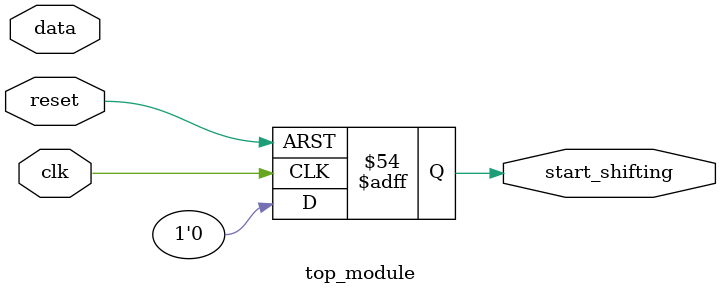
<source format=sv>
module top_module(
    input clk,
    input reset,
    input data,
    output reg start_shifting
);

reg [3:0] state;
reg [3:0] next_state;

parameter S0 = 4'b0000;
parameter S1 = 4'b0001;
parameter S2 = 4'b0010;
parameter S3 = 4'b0011;

always @(posedge clk or posedge reset) begin
    if (reset) begin
        state <= S0;
        start_shifting <= 0;
    end else begin
        state <= next_state;
        start_shifting <= 0; // Reset start_shifting at every clock cycle
    end
end

always @(state, data) begin
    case (state)
        S0: begin
            if (data == 1'b1)
                next_state = S1;
            else
                next_state = S0;
        end
        S1: begin
            if (data == 1'b1)
                next_state = S2;
            else
                next_state = S0;
        end
        S2: begin
            if (data == 1'b0)
                next_state = S0;
            else if (data == 1'b1)
                next_state = S3;
        end
        S3: begin
            if (data == 1'b1)
                next_state = S3;
            else
                next_state = S0;
        end
        default: begin
            next_state = S0;
        end
    endcase
end

endmodule

</source>
